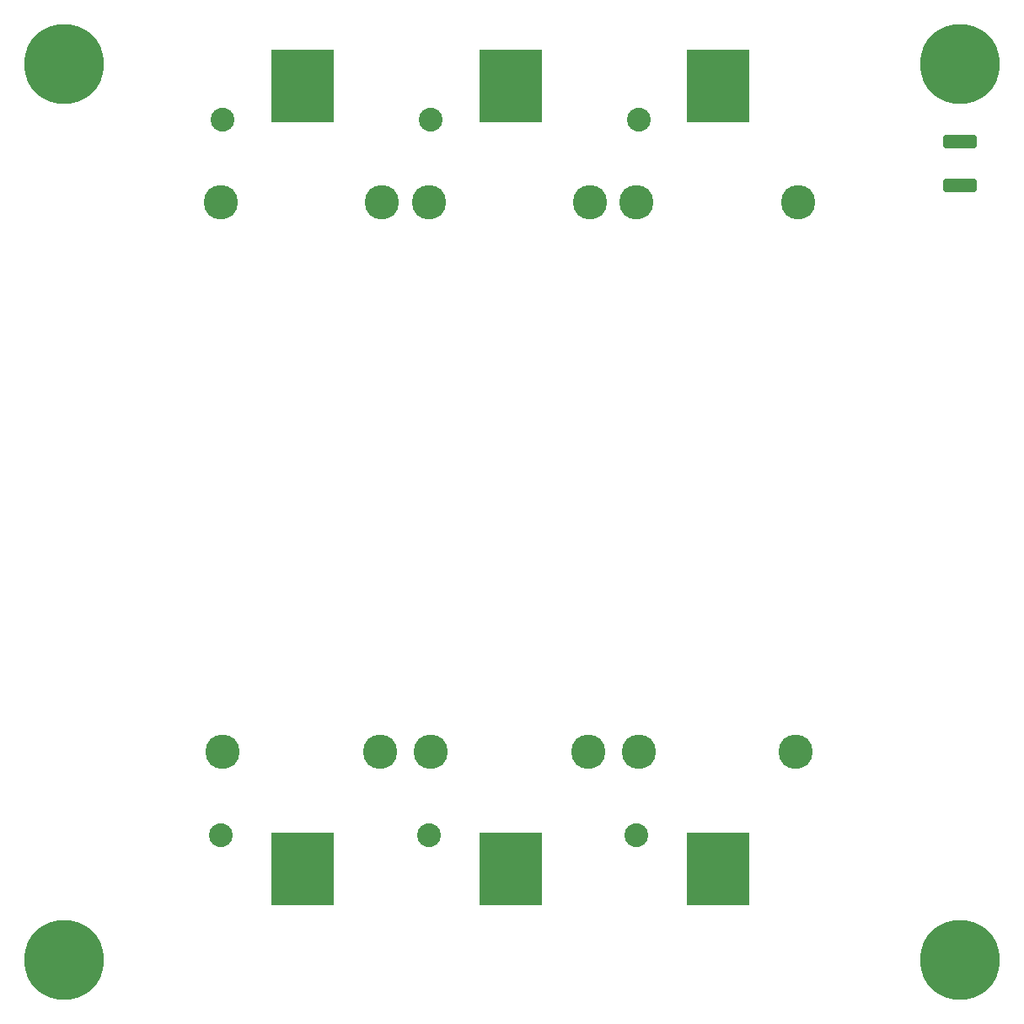
<source format=gbr>
%TF.GenerationSoftware,KiCad,Pcbnew,(6.0.7)*%
%TF.CreationDate,2022-10-24T21:40:11-07:00*%
%TF.ProjectId,18650_3s2p,31383635-305f-4337-9332-702e6b696361,2.0*%
%TF.SameCoordinates,Original*%
%TF.FileFunction,Soldermask,Bot*%
%TF.FilePolarity,Negative*%
%FSLAX46Y46*%
G04 Gerber Fmt 4.6, Leading zero omitted, Abs format (unit mm)*
G04 Created by KiCad (PCBNEW (6.0.7)) date 2022-10-24 21:40:11*
%MOMM*%
%LPD*%
G01*
G04 APERTURE LIST*
G04 Aperture macros list*
%AMRoundRect*
0 Rectangle with rounded corners*
0 $1 Rounding radius*
0 $2 $3 $4 $5 $6 $7 $8 $9 X,Y pos of 4 corners*
0 Add a 4 corners polygon primitive as box body*
4,1,4,$2,$3,$4,$5,$6,$7,$8,$9,$2,$3,0*
0 Add four circle primitives for the rounded corners*
1,1,$1+$1,$2,$3*
1,1,$1+$1,$4,$5*
1,1,$1+$1,$6,$7*
1,1,$1+$1,$8,$9*
0 Add four rect primitives between the rounded corners*
20,1,$1+$1,$2,$3,$4,$5,0*
20,1,$1+$1,$4,$5,$6,$7,0*
20,1,$1+$1,$6,$7,$8,$9,0*
20,1,$1+$1,$8,$9,$2,$3,0*%
G04 Aperture macros list end*
%ADD10C,2.390000*%
%ADD11C,3.450000*%
%ADD12R,6.350000X7.340000*%
%ADD13C,0.900000*%
%ADD14C,8.000000*%
%ADD15RoundRect,0.250000X1.450000X-0.400000X1.450000X0.400000X-1.450000X0.400000X-1.450000X-0.400000X0*%
G04 APERTURE END LIST*
D10*
%TO.C,BT6*%
X112700000Y-60590000D03*
D11*
X112700000Y-124120000D03*
X128700000Y-68920000D03*
D12*
X120700000Y-57190000D03*
X120700000Y-135850000D03*
%TD*%
D10*
%TO.C,BT4*%
X70940000Y-60590000D03*
D11*
X86940000Y-68920000D03*
X70940000Y-124120000D03*
D12*
X78940000Y-57190000D03*
X78940000Y-135850000D03*
%TD*%
D10*
%TO.C,BT5*%
X91820000Y-60590000D03*
D11*
X107820000Y-68920000D03*
X91820000Y-124120000D03*
D12*
X99820000Y-57190000D03*
X99820000Y-135850000D03*
%TD*%
D13*
%TO.C,H4*%
X142000000Y-145000000D03*
X147121320Y-142878680D03*
X145000000Y-148000000D03*
X147121320Y-147121320D03*
X142878680Y-147121320D03*
X142878680Y-142878680D03*
X145000000Y-142000000D03*
D14*
X145000000Y-145000000D03*
D13*
X148000000Y-145000000D03*
%TD*%
%TO.C,H3*%
X142000000Y-55000000D03*
X147121320Y-52878680D03*
X145000000Y-58000000D03*
X147121320Y-57121320D03*
X142878680Y-57121320D03*
X142878680Y-52878680D03*
X145000000Y-52000000D03*
D14*
X145000000Y-55000000D03*
D13*
X148000000Y-55000000D03*
%TD*%
%TO.C,H2*%
X52000000Y-55000000D03*
X57121320Y-52878680D03*
X55000000Y-58000000D03*
X57121320Y-57121320D03*
X52878680Y-57121320D03*
X52878680Y-52878680D03*
X55000000Y-52000000D03*
D14*
X55000000Y-55000000D03*
D13*
X58000000Y-55000000D03*
%TD*%
%TO.C,H1*%
X52000000Y-145000000D03*
X57121320Y-142878680D03*
X55000000Y-148000000D03*
X57121320Y-147121320D03*
X52878680Y-147121320D03*
X52878680Y-142878680D03*
X55000000Y-142000000D03*
D14*
X55000000Y-145000000D03*
D13*
X58000000Y-145000000D03*
%TD*%
D11*
%TO.C,BT2*%
X107620000Y-124120000D03*
X91620000Y-68920000D03*
D10*
X91620000Y-132450000D03*
%TD*%
D11*
%TO.C,BT3*%
X128500000Y-124120000D03*
D10*
X112500000Y-132450000D03*
D11*
X112500000Y-68920000D03*
%TD*%
D10*
%TO.C,BT1*%
X70740000Y-132450000D03*
D11*
X86740000Y-124120000D03*
X70740000Y-68920000D03*
%TD*%
D15*
%TO.C,F1*%
X145000000Y-62775000D03*
X145000000Y-67225000D03*
%TD*%
M02*

</source>
